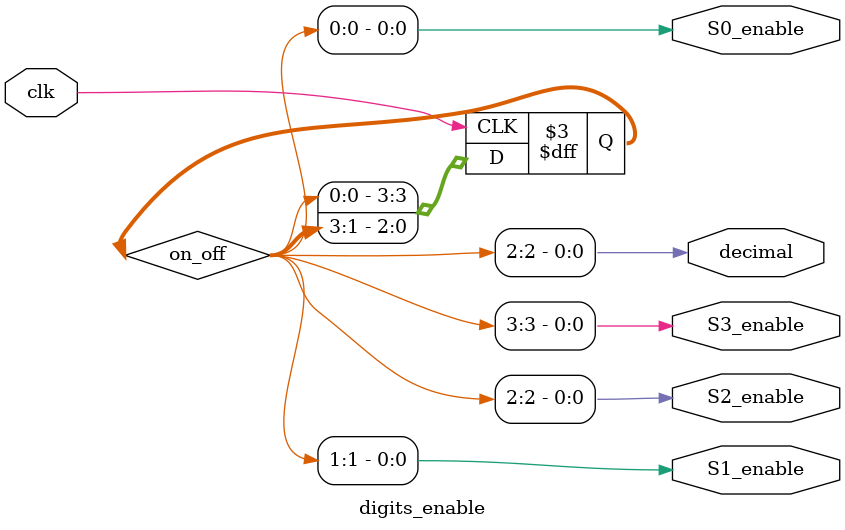
<source format=v>
`timescale 1ns / 1ps

module digits_enable(
input clk, // clock to refresh
output S0_enable, //Least significant digit
output S1_enable,
output S2_enable,
output S3_enable,  //most significant digit
output decimal
    );


reg [3:0] on_off = 4'b1110; 

assign S0_enable = on_off[0]; //S0 on; everthing else off 
assign S1_enable = on_off[1]; 
assign S2_enable = on_off[2]; 
assign S3_enable = on_off[3]; 
assign decimal = on_off[2];
always @(posedge clk) begin
  on_off <= {on_off[0],on_off[3:1]}; //shift the vector
end



endmodule

</source>
